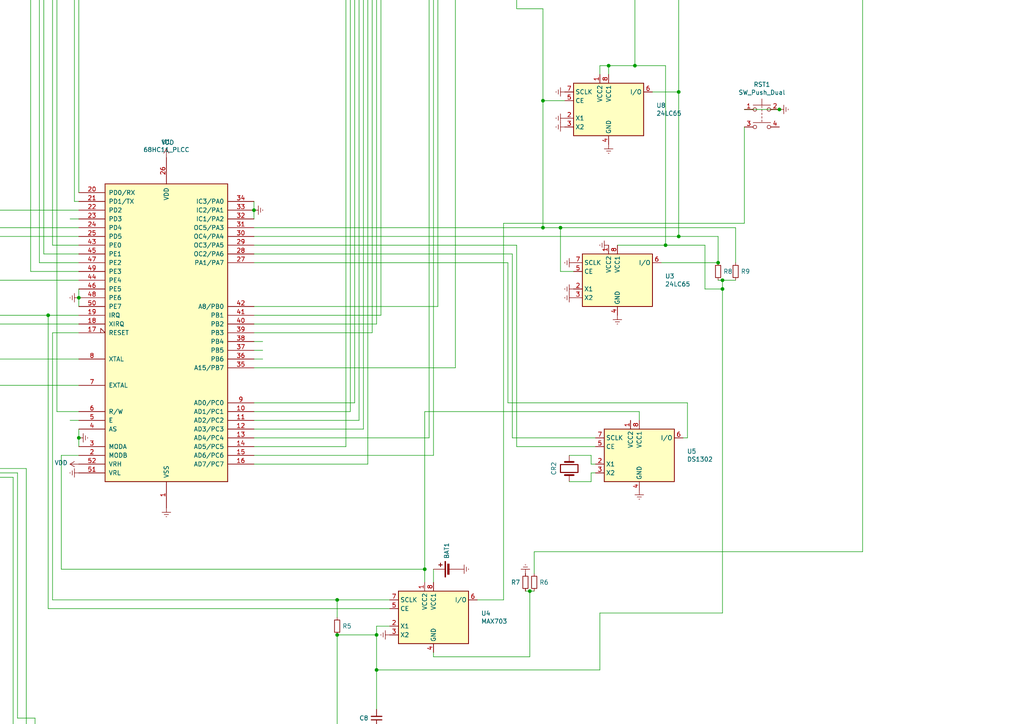
<source format=kicad_sch>
(kicad_sch (version 20230121) (generator eeschema)
  (paper "A4")
  (lib_symbols
    (symbol "Connector_Generic:Conn_01x02" (pin_names (offset 1.016) hide)
      (property "Reference" "J" (at 0 2.54 0))
      (property "Value" "Conn_01x02" (at 0 -5.08 0))
      (symbol "Conn_01x02_1_1"
        (pin passive line (at -5.08 0 0) (length 3.81) (name "Pin_1") (number "1"))
        (pin passive line (at -5.08 -2.54 0) (length 3.81) (name "Pin_2") (number "2"))
      )
    )
    (symbol "Connector_Generic:Conn_01x06" (pin_names (offset 1.016) hide)
      (property "Reference" "J" (at 0 7.62 0))
      (property "Value" "Conn_01x06" (at 0 -10.16 0))
      (symbol "Conn_01x06_1_1"
        (pin passive line (at -5.08 5.08 0) (length 3.81) (name "Pin_1") (number "1"))
        (pin passive line (at -5.08 2.54 0) (length 3.81) (name "Pin_2") (number "2"))
        (pin passive line (at -5.08 0 0) (length 3.81) (name "Pin_3") (number "3"))
        (pin passive line (at -5.08 -2.54 0) (length 3.81) (name "Pin_4") (number "4"))
        (pin passive line (at -5.08 -5.08 0) (length 3.81) (name "Pin_5") (number "5"))
        (pin passive line (at -5.08 -7.62 0) (length 3.81) (name "Pin_6") (number "6"))
      )
    )
    (symbol "Connector_Generic:Conn_01x08" (pin_names (offset 1.016) hide)
      (property "Reference" "J" (at 0 10.16 0))
      (property "Value" "Conn_01x08" (at 0 -12.7 0))
      (symbol "Conn_01x08_1_1"
        (pin passive line (at -5.08 7.62 0) (length 3.81) (name "Pin_1") (number "1"))
        (pin passive line (at -5.08 5.08 0) (length 3.81) (name "Pin_2") (number "2"))
        (pin passive line (at -5.08 2.54 0) (length 3.81) (name "Pin_3") (number "3"))
        (pin passive line (at -5.08 0 0) (length 3.81) (name "Pin_4") (number "4"))
        (pin passive line (at -5.08 -2.54 0) (length 3.81) (name "Pin_5") (number "5"))
        (pin passive line (at -5.08 -5.08 0) (length 3.81) (name "Pin_6") (number "6"))
        (pin passive line (at -5.08 -7.62 0) (length 3.81) (name "Pin_7") (number "7"))
        (pin passive line (at -5.08 -10.16 0) (length 3.81) (name "Pin_8") (number "8"))
      )
    )
    (symbol "Connector_Generic:Conn_02x05_Top_Bottom" (pin_names (offset 1.016) hide)
      (property "Reference" "J" (at 1.27 7.62 0))
      (property "Value" "Conn_02x05_Top_Bottom" (at 1.27 -7.62 0))
      (symbol "Conn_02x05_Top_Bottom_1_1"
        (pin passive line (at -5.08 5.08 0) (length 3.81) (name "Pin_1") (number "1"))
        (pin passive line (at 7.62 -5.08 180) (length 3.81) (name "Pin_10") (number "10"))
        (pin passive line (at -5.08 2.54 0) (length 3.81) (name "Pin_2") (number "2"))
        (pin passive line (at -5.08 0 0) (length 3.81) (name "Pin_3") (number "3"))
        (pin passive line (at -5.08 -2.54 0) (length 3.81) (name "Pin_4") (number "4"))
        (pin passive line (at -5.08 -5.08 0) (length 3.81) (name "Pin_5") (number "5"))
        (pin passive line (at 7.62 5.08 180) (length 3.81) (name "Pin_6") (number "6"))
        (pin passive line (at 7.62 2.54 180) (length 3.81) (name "Pin_7") (number "7"))
        (pin passive line (at 7.62 0 180) (length 3.81) (name "Pin_8") (number "8"))
        (pin passive line (at 7.62 -2.54 180) (length 3.81) (name "Pin_9") (number "9"))
      )
    )
    (symbol "Device:Battery_Cell" (pin_numbers hide) (pin_names (offset 0) hide)
      (property "Reference" "BT" (at 2.54 2.54 0))
      (property "Value" "Battery_Cell" (at 2.54 0 0))
      (symbol "Battery_Cell_1_1"
        (pin passive line (at 0 5.08 270) (length 2.54) (name "+") (number "1"))
        (pin passive line (at 0 -2.54 90) (length 2.54) (name "-") (number "2"))
      )
    )
    (symbol "Device:C_Small" (pin_numbers hide) (pin_names (offset 0.254) hide)
      (property "Reference" "C" (at 0.254 1.778 0))
      (property "Value" "C_Small" (at 0.254 -2.032 0))
      (symbol "C_Small_1_1"
        (pin passive line (at 0 2.54 270) (length 2.032) (name "~") (number "1"))
        (pin passive line (at 0 -2.54 90) (length 2.032) (name "~") (number "2"))
      )
    )
    (symbol "Device:Crystal" (pin_numbers hide) (pin_names (offset 1.016) hide)
      (property "Reference" "Y" (at 0 3.81 0))
      (property "Value" "Crystal" (at 0 -3.81 0))
      (symbol "Crystal_1_1"
        (pin passive line (at -3.81 0 0) (length 1.27) (name "1") (number "1"))
        (pin passive line (at 3.81 0 180) (length 1.27) (name "2") (number "2"))
      )
    )
    (symbol "Device:Crystal_GND2" (pin_names (offset 1.016) hide)
      (property "Reference" "Y" (at 0 5.715 0))
      (property "Value" "Crystal_GND2" (at 0 3.81 0))
      (symbol "Crystal_GND2_1_1"
        (pin passive line (at -3.81 0 0) (length 1.27) (name "1") (number "1"))
        (pin passive line (at 0 -5.08 90) (length 1.27) (name "2") (number "2"))
        (pin passive line (at 3.81 0 180) (length 1.27) (name "3") (number "3"))
      )
    )
    (symbol "Device:Fuse" (pin_numbers hide) (pin_names (offset 0))
      (property "Reference" "F" (at 2.032 0 90))
      (property "Value" "Fuse" (at -1.905 0 90))
      (symbol "Fuse_1_1"
        (pin passive line (at 0 3.81 270) (length 1.27) (name "~") (number "1"))
        (pin passive line (at 0 -3.81 90) (length 1.27) (name "~") (number "2"))
      )
    )
    (symbol "Device:LED" (pin_numbers hide) (pin_names (offset 1.016) hide)
      (property "Reference" "D" (at 0 2.54 0))
      (property "Value" "LED" (at 0 -2.54 0))
      (symbol "LED_1_1"
        (pin passive line (at -3.81 0 0) (length 2.54) (name "K") (number "1"))
        (pin passive line (at 3.81 0 180) (length 2.54) (name "A") (number "2"))
      )
    )
    (symbol "Device:R_Small" (pin_numbers hide) (pin_names (offset 0.254) hide)
      (property "Reference" "R" (at 0.762 0.508 0))
      (property "Value" "R_Small" (at 0.762 -1.016 0))
      (symbol "R_Small_1_1"
        (pin passive line (at 0 2.54 270) (length 0.762) (name "~") (number "1"))
        (pin passive line (at 0 -2.54 90) (length 0.762) (name "~") (number "2"))
      )
    )
    (symbol "Interface_UART:MAX232I" (pin_names (offset 1.016))
      (property "Reference" "U" (at -2.54 28.575 0))
      (property "Value" "MAX232I" (at -2.54 26.67 0))
      (symbol "MAX232I_0_0"
        (text "LOGIC" (at -11.43 -22.86 0) (effects (font (size 1.27 1.27))))
        (text "RS232" (at 11.43 -22.86 0) (effects (font (size 1.27 1.27))))
      )
      (symbol "MAX232I_1_1"
        (pin passive line (at -20.32 22.86 0) (length 5.08) (name "C1+") (number "1"))
        (pin input line (at -20.32 -7.62 0) (length 5.08) (name "T2IN") (number "10"))
        (pin input line (at -20.32 -2.54 0) (length 5.08) (name "T1IN") (number "11"))
        (pin output line (at -20.32 -12.7 0) (length 5.08) (name "R1OUT") (number "12"))
        (pin input line (at 20.32 -12.7 180) (length 5.08) (name "R1IN") (number "13"))
        (pin output line (at 20.32 -2.54 180) (length 5.08) (name "T1OUT") (number "14"))
        (pin power_in line (at 0 -30.48 90) (length 5.08) (name "GND") (number "15"))
        (pin power_in line (at 0 30.48 270) (length 5.08) (name "VCC") (number "16"))
        (pin power_out line (at 20.32 10.16 180) (length 5.08) (name "VS+") (number "2"))
        (pin passive line (at -20.32 15.24 0) (length 5.08) (name "C1-") (number "3"))
        (pin passive line (at 20.32 22.86 180) (length 5.08) (name "C2+") (number "4"))
        (pin passive line (at 20.32 15.24 180) (length 5.08) (name "C2-") (number "5"))
        (pin power_out line (at 20.32 2.54 180) (length 5.08) (name "VS-") (number "6"))
        (pin output line (at 20.32 -7.62 180) (length 5.08) (name "T2OUT") (number "7"))
        (pin input line (at 20.32 -17.78 180) (length 5.08) (name "R2IN") (number "8"))
        (pin output line (at -20.32 -17.78 0) (length 5.08) (name "R2OUT") (number "9"))
      )
    )
    (symbol "MCU_NXP_HC11:68HC11_PLCC" (pin_names (offset 1.016))
      (property "Reference" "U" (at 7.62 45.72 0))
      (property "Value" "68HC11_PLCC" (at 12.7 -46.99 0))
      (symbol "68HC11_PLCC_1_1"
        (pin power_in line (at 0 -50.8 90) (length 7.62) (name "VSS") (number "1"))
        (pin tri_state line (at 25.4 -22.86 180) (length 7.62) (name "AD1/PC1") (number "10"))
        (pin tri_state line (at 25.4 -25.4 180) (length 7.62) (name "AD2/PC2") (number "11"))
        (pin tri_state line (at 25.4 -27.94 180) (length 7.62) (name "AD3/PC3") (number "12"))
        (pin tri_state line (at 25.4 -30.48 180) (length 7.62) (name "AD4/PC4") (number "13"))
        (pin tri_state line (at 25.4 -33.02 180) (length 7.62) (name "AD5/PC5") (number "14"))
        (pin tri_state line (at 25.4 -35.56 180) (length 7.62) (name "AD6/PC6") (number "15"))
        (pin tri_state line (at 25.4 -38.1 180) (length 7.62) (name "AD7/PC7") (number "16"))
        (pin input input_low (at -25.4 0 0) (length 7.62) (name "RESET") (number "17"))
        (pin input line (at -25.4 2.54 0) (length 7.62) (name "XIRQ") (number "18"))
        (pin input line (at -25.4 5.08 0) (length 7.62) (name "IRQ") (number "19"))
        (pin input line (at -25.4 -35.56 0) (length 7.62) (name "MODB") (number "2"))
        (pin bidirectional line (at -25.4 40.64 0) (length 7.62) (name "PD0/RX") (number "20"))
        (pin bidirectional line (at -25.4 38.1 0) (length 7.62) (name "PD1/TX") (number "21"))
        (pin bidirectional line (at -25.4 35.56 0) (length 7.62) (name "PD2") (number "22"))
        (pin input line (at -25.4 33.02 0) (length 7.62) (name "PD3") (number "23"))
        (pin bidirectional line (at -25.4 30.48 0) (length 7.62) (name "PD4") (number "24"))
        (pin bidirectional line (at -25.4 27.94 0) (length 7.62) (name "PD5") (number "25"))
        (pin power_in line (at 0 50.8 270) (length 7.62) (name "VDD") (number "26"))
        (pin input line (at 25.4 20.32 180) (length 7.62) (name "PA1/PA7") (number "27"))
        (pin output line (at 25.4 22.86 180) (length 7.62) (name "OC2/PA6") (number "28"))
        (pin output line (at 25.4 25.4 180) (length 7.62) (name "OC3/PA5") (number "29"))
        (pin input line (at -25.4 -33.02 0) (length 7.62) (name "MODA") (number "3"))
        (pin output line (at 25.4 27.94 180) (length 7.62) (name "OC4/PA4") (number "30"))
        (pin output line (at 25.4 30.48 180) (length 7.62) (name "OC5/PA3") (number "31"))
        (pin input line (at 25.4 33.02 180) (length 7.62) (name "IC1/PA2") (number "32"))
        (pin input line (at 25.4 35.56 180) (length 7.62) (name "IC2/PA1") (number "33"))
        (pin input line (at 25.4 38.1 180) (length 7.62) (name "IC3/PA0") (number "34"))
        (pin output line (at 25.4 -10.16 180) (length 7.62) (name "A15/PB7") (number "35"))
        (pin output line (at 25.4 -7.62 180) (length 7.62) (name "PB6") (number "36"))
        (pin output line (at 25.4 -5.08 180) (length 7.62) (name "PB5") (number "37"))
        (pin output line (at 25.4 -2.54 180) (length 7.62) (name "PB4") (number "38"))
        (pin output line (at 25.4 0 180) (length 7.62) (name "PB3") (number "39"))
        (pin output line (at -25.4 -27.94 0) (length 7.62) (name "AS") (number "4"))
        (pin output line (at 25.4 2.54 180) (length 7.62) (name "PB2") (number "40"))
        (pin output line (at 25.4 5.08 180) (length 7.62) (name "PB1") (number "41"))
        (pin output line (at 25.4 7.62 180) (length 7.62) (name "A8/PB0") (number "42"))
        (pin input line (at -25.4 25.4 0) (length 7.62) (name "PE0") (number "43"))
        (pin input line (at -25.4 15.24 0) (length 7.62) (name "PE4") (number "44"))
        (pin input line (at -25.4 22.86 0) (length 7.62) (name "PE1") (number "45"))
        (pin input line (at -25.4 12.7 0) (length 7.62) (name "PE5") (number "46"))
        (pin input line (at -25.4 20.32 0) (length 7.62) (name "PE2") (number "47"))
        (pin input line (at -25.4 10.16 0) (length 7.62) (name "PE6") (number "48"))
        (pin input line (at -25.4 17.78 0) (length 7.62) (name "PE3") (number "49"))
        (pin output line (at -25.4 -25.4 0) (length 7.62) (name "E") (number "5"))
        (pin input line (at -25.4 7.62 0) (length 7.62) (name "PE7") (number "50"))
        (pin passive line (at -25.4 -40.64 0) (length 7.62) (name "VRL") (number "51"))
        (pin passive line (at -25.4 -38.1 0) (length 7.62) (name "VRH") (number "52"))
        (pin output line (at -25.4 -22.86 0) (length 7.62) (name "R/W") (number "6"))
        (pin input line (at -25.4 -15.24 0) (length 7.62) (name "EXTAL") (number "7"))
        (pin output line (at -25.4 -7.62 0) (length 7.62) (name "XTAL") (number "8"))
        (pin tri_state line (at 25.4 -20.32 180) (length 7.62) (name "AD0/PC0") (number "9"))
      )
    )
    (symbol "PCB_N2A-rescue:CP_Small-Device" (pin_numbers hide) (pin_names (offset 0.254) hide)
      (property "Reference" "C" (at 0.254 1.778 0))
      (property "Value" "Device_CP_Small" (at 0.254 -2.032 0))
      (symbol "CP_Small-Device_1_1"
        (pin passive line (at 0 2.54 270) (length 1.8542) (name "~") (number "1"))
        (pin passive line (at 0 -2.54 90) (length 1.8542) (name "~") (number "2"))
      )
    )
    (symbol "PCB_N2A-rescue:DIODE-pspice" (pin_names (offset 1.016) hide)
      (property "Reference" "D" (at 0 3.81 0))
      (property "Value" "pspice_DIODE" (at 0 -4.445 0))
      (symbol "DIODE-pspice_1_1"
        (pin input line (at -5.08 0 0) (length 3.81) (name "K") (number "1"))
        (pin input line (at 5.08 0 180) (length 3.81) (name "A") (number "2"))
      )
    )
    (symbol "PCB_N2A-rescue:MAX491E-Interface_UART" (pin_names (offset 1.016))
      (property "Reference" "U" (at -6.096 11.43 0))
      (property "Value" "Interface_UART_MAX491E" (at 0.762 11.43 0))
      (symbol "MAX491E-Interface_UART_1_1"
        (pin no_connect line (at -7.62 7.62 0) (length 2.54) hide (name "NC") (number "1"))
        (pin output line (at 10.16 -2.54 180) (length 2.54) (name "Z") (number "10"))
        (pin input line (at 10.16 0 180) (length 2.54) (name "B") (number "11"))
        (pin input line (at 10.16 2.54 180) (length 2.54) (name "A") (number "12"))
        (pin no_connect line (at 7.62 7.62 180) (length 2.54) hide (name "NC") (number "13"))
        (pin power_in line (at 0 12.7 270) (length 2.54) (name "VCC") (number "14"))
        (pin output line (at -10.16 2.54 0) (length 2.54) (name "RO") (number "2"))
        (pin input line (at -10.16 0 0) (length 2.54) (name "~{RE}") (number "3"))
        (pin input line (at -10.16 -2.54 0) (length 2.54) (name "DE") (number "4"))
        (pin input line (at -10.16 -5.08 0) (length 2.54) (name "DI") (number "5"))
        (pin power_in line (at 0 -15.24 90) (length 2.54) (name "GND") (number "6"))
        (pin power_in line (at 2.54 -15.24 90) (length 2.54) (name "GND") (number "7"))
        (pin no_connect line (at 7.62 -10.16 180) (length 2.54) hide (name "NC") (number "8"))
        (pin output line (at 10.16 -5.08 180) (length 2.54) (name "Y") (number "9"))
      )
    )
    (symbol "Switch:SW_Push_Dual" (pin_names (offset 1.016) hide)
      (property "Reference" "SW" (at 1.27 2.54 0))
      (property "Value" "SW_Push_Dual" (at 0 -6.858 0))
      (symbol "SW_Push_Dual_0_1"
        (pin passive line (at -5.08 0 0) (length 2.54) (name "1") (number "1"))
        (pin passive line (at 5.08 0 180) (length 2.54) (name "2") (number "2"))
        (pin passive line (at -5.08 -5.08 0) (length 2.54) (name "3") (number "3"))
        (pin passive line (at 5.08 -5.08 180) (length 2.54) (name "4") (number "4"))
      )
    )
    (symbol "Timer_RTC:DS1302+"
      (property "Reference" "U" (at -8.89 8.89 0))
      (property "Value" "DS1302+" (at 6.35 8.89 0))
      (symbol "DS1302+_1_1"
        (pin power_in line (at -2.54 10.16 270) (length 2.54) (name "VCC2") (number "1"))
        (pin input line (at -12.7 -2.54 0) (length 2.54) (name "X1") (number "2"))
        (pin input line (at -12.7 -5.08 0) (length 2.54) (name "X2") (number "3"))
        (pin power_in line (at 0 -10.16 90) (length 2.54) (name "GND") (number "4"))
        (pin input line (at -12.7 2.54 0) (length 2.54) (name "CE") (number "5"))
        (pin bidirectional line (at 12.7 5.08 180) (length 2.54) (name "I/O") (number "6"))
        (pin input line (at -12.7 5.08 0) (length 2.54) (name "SCLK") (number "7"))
        (pin power_in line (at 0 10.16 270) (length 2.54) (name "VCC1") (number "8"))
      )
    )
    (symbol "Transistor_BJT:BC547" (pin_names (offset 0) hide)
      (property "Reference" "Q" (at 5.08 1.905 0))
      (property "Value" "BC547" (at 5.08 0 0))
      (symbol "BC547_1_1"
        (pin passive line (at 2.54 5.08 270) (length 2.54) (name "C") (number "1"))
        (pin input line (at -5.08 0 0) (length 5.08) (name "B") (number "2"))
        (pin passive line (at 2.54 -5.08 90) (length 2.54) (name "E") (number "3"))
      )
    )
    (symbol "power:Earth" (power) (pin_names (offset 0))
      (symbol "Earth_1_1"
        (pin power_in line (at 0 0 270) (length 0) hide (name "Earth") (number "1"))
      )
    )
    (symbol "power:VDD" (power) (pin_names (offset 0))
      (property "Value" "VDD" (at 0 3.81 0))
      (symbol "VDD_1_1"
        (pin power_in line (at 0 0 90) (length 0) hide (name "VDD") (number "1"))
      )
    )
  )
  (junction (at 22.86 127))
  (junction (at 193.04 71.12))
  (junction (at 176.53 19.05))
  (junction (at 57.15 -25.4))
  (junction (at 73.66 60.96))
  (junction (at 109.22 194.31))
  (junction (at -74.93 166.37))
  (junction (at 196.85 68.58))
  (junction (at 208.28 76.2))
  (junction (at 184.15 -22.86))
  (junction (at 184.15 19.05))
  (junction (at -22.86 21.59))
  (junction (at 82.55 -55.88))
  (junction (at 209.55 83.82))
  (junction (at 97.79 184.15))
  (junction (at 209.55 81.28))
  (junction (at 97.79 173.99))
  (junction (at 123.19 165.1))
  (junction (at -30.48 -55.88))
  (junction (at 226.06 31.75))
  (junction (at 153.67 171.45))
  (junction (at -54.61 -35.56))
  (junction (at -38.1 -43.18))
  (junction (at 196.85 26.67))
  (junction (at 109.22 184.15))
  (junction (at 154.94 -21.59))
  (junction (at 162.56 66.04))
  (junction (at -30.48 -43.18))
  (junction (at -35.56 -55.88))
  (junction (at -38.1 106.68))
  (junction (at 157.48 29.21))
  (junction (at 22.86 86.36))
  (junction (at 157.48 66.04))
  (junction (at 184.15 -29.21))
  (junction (at -69.85 162.56))
  (junction (at 17.78 217.17))
  (junction (at -17.78 40.64))
  (junction (at 13.97 91.44))
  (wire (pts (xy 154.94 160.02) (xy 154.94 166.37)))
  (wire (pts (xy -135.89 71.12) (xy -137.16 71.12)))
  (wire (pts (xy 22.86 86.36) (xy 22.86 83.82)))
  (wire (pts (xy 5.08 -96.52) (xy 25.4 -96.52)))
  (wire (pts (xy 109.22 181.61) (xy 109.22 184.15)))
  (wire (pts (xy 101.6 119.38) (xy 101.6 -62.23)))
  (wire (pts (xy -63.5 81.28) (xy 22.86 81.28)))
  (wire (pts (xy 74.93 -16.51) (xy 74.93 -8.89)))
  (wire (pts (xy 17.78 217.17) (xy 17.78 220.98)))
  (wire (pts (xy 162.56 78.74) (xy 166.37 78.74)))
  (wire (pts (xy -35.56 -63.5) (xy -35.56 -92.71)))
  (wire (pts (xy 7.62 220.98) (xy 7.62 135.89)))
  (wire (pts (xy 7.62 -62.23) (xy 7.62 -78.74)))
  (wire (pts (xy 180.34 -22.86) (xy 184.15 -22.86)))
  (wire (pts (xy -74.93 166.37) (xy -74.93 168.91)))
  (wire (pts (xy 153.67 171.45) (xy 152.4 171.45)))
  (wire (pts (xy 25.4 -96.52) (xy 25.4 -63.5)))
  (wire (pts (xy -69.85 119.38) (xy -63.5 119.38)))
  (wire (pts (xy 167.64 -29.21) (xy 184.15 -29.21)))
  (wire (pts (xy 124.46 -92.71) (xy 124.46 -91.44)))
  (wire (pts (xy 151.13 -15.24) (xy 154.94 -15.24)))
  (wire (pts (xy -69.85 168.91) (xy -55.88 168.91)))
  (wire (pts (xy 22.86 -93.98) (xy 22.86 -48.26)))
  (wire (pts (xy -54.61 -43.18) (xy -54.61 -35.56)))
  (wire (pts (xy 73.66 106.68) (xy 132.08 106.68)))
  (wire (pts (xy 123.19 165.1) (xy 17.78 165.1)))
  (wire (pts (xy 7.62 135.89) (xy -68.58 135.89)))
  (wire (pts (xy 15.24 96.52) (xy 15.24 173.99)))
  (wire (pts (xy -13.97 40.64) (xy -17.78 40.64)))
  (wire (pts (xy 184.15 19.05) (xy 176.53 19.05)))
  (wire (pts (xy 73.66 134.62) (xy 106.68 134.62)))
  (wire (pts (xy 184.15 -29.21) (xy 184.15 -22.86)))
  (wire (pts (xy 96.52 -10.16) (xy 69.85 -10.16)))
  (wire (pts (xy -38.1 40.64) (xy -38.1 26.67)))
  (wire (pts (xy -35.56 -92.71) (xy 1.27 -92.71)))
  (wire (pts (xy 22.86 111.76) (xy -17.78 111.76)))
  (wire (pts (xy 132.08 106.68) (xy 132.08 -78.74)))
  (wire (pts (xy 102.87 116.84) (xy 102.87 -60.96)))
  (wire (pts (xy -38.1 -43.18) (xy -35.56 -43.18)))
  (wire (pts (xy 76.2 104.14) (xy 73.66 104.14)))
  (wire (pts (xy -72.39 138.43) (xy 3.81 138.43)))
  (wire (pts (xy 74.93 -99.06) (xy 74.93 -54.61)))
  (wire (pts (xy -41.91 93.98) (xy -41.91 101.6)))
  (wire (pts (xy 105.41 124.46) (xy 105.41 -58.42)))
  (wire (pts (xy -64.77 68.58) (xy -64.77 118.11)))
  (wire (pts (xy 82.55 -55.88) (xy 250.19 -55.88)))
  (wire (pts (xy 125.73 190.5) (xy 153.67 190.5)))
  (wire (pts (xy 73.66 124.46) (xy 105.41 124.46)))
  (wire (pts (xy 148.59 73.66) (xy 148.59 127)))
  (wire (pts (xy 102.87 -60.96) (xy 24.13 -60.96)))
  (wire (pts (xy 110.49 -95.25) (xy 127 -95.25)))
  (wire (pts (xy 162.56 66.04) (xy 162.56 78.74)))
  (wire (pts (xy 157.48 66.04) (xy 162.56 66.04)))
  (wire (pts (xy 74.93 -45.72) (xy 74.93 -36.83)))
  (wire (pts (xy 123.19 119.38) (xy 123.19 165.1)))
  (wire (pts (xy 22.86 66.04) (xy -67.31 66.04)))
  (wire (pts (xy -35.56 -43.18) (xy -35.56 -55.88)))
  (wire (pts (xy -67.31 116.84) (xy -111.76 116.84)))
  (wire (pts (xy 109.22 184.15) (xy 109.22 194.31)))
  (wire (pts (xy 125.73 168.91) (xy 125.73 165.1)))
  (wire (pts (xy 173.99 194.31) (xy 109.22 194.31)))
  (wire (pts (xy 157.48 66.04) (xy 157.48 29.21)))
  (wire (pts (xy 205.74 -38.1) (xy 205.74 -71.12)))
  (wire (pts (xy 191.77 76.2) (xy 208.28 76.2)))
  (wire (pts (xy -137.16 114.3) (xy -137.16 113.03)))
  (wire (pts (xy 147.32 76.2) (xy 147.32 116.84)))
  (wire (pts (xy 22.86 -45.72) (xy 74.93 -45.72)))
  (wire (pts (xy 148.59 127) (xy 172.72 127)))
  (wire (pts (xy 152.4 -12.7) (xy 154.94 -12.7)))
  (wire (pts (xy 209.55 81.28) (xy 208.28 81.28)))
  (wire (pts (xy 13.97 176.53) (xy 113.03 176.53)))
  (wire (pts (xy 26.67 -92.71) (xy 64.77 -92.71)))
  (wire (pts (xy -111.76 66.04) (xy -72.39 66.04)))
  (wire (pts (xy 215.9 64.77) (xy 215.9 36.83)))
  (wire (pts (xy 179.07 71.12) (xy 193.04 71.12)))
  (wire (pts (xy 26.67 -99.06) (xy 1.27 -99.06)))
  (wire (pts (xy 72.39 -66.04) (xy 72.39 -99.06)))
  (wire (pts (xy 109.22 -69.85) (xy 129.54 -69.85)))
  (wire (pts (xy -124.46 72.39) (xy -124.46 69.85)))
  (wire (pts (xy 2.54 -97.79) (xy 10.16 -97.79)))
  (wire (pts (xy -74.93 163.83) (xy -74.93 166.37)))
  (wire (pts (xy 146.05 64.77) (xy 215.9 64.77)))
  (wire (pts (xy 74.93 -8.89) (xy 97.79 -8.89)))
  (wire (pts (xy 209.55 81.28) (xy 209.55 83.82)))
  (wire (pts (xy 26.67 -92.71) (xy 26.67 -99.06)))
  (wire (pts (xy -66.04 115.57) (xy -96.52 115.57)))
  (wire (pts (xy -71.12 67.31) (xy -71.12 137.16)))
  (wire (pts (xy -111.76 72.39) (xy -111.76 66.04)))
  (wire (pts (xy -111.76 116.84) (xy -111.76 113.03)))
  (wire (pts (xy 7.62 -95.25) (xy 7.62 -91.44)))
  (wire (pts (xy 138.43 173.99) (xy 146.05 173.99)))
  (wire (pts (xy 100.33 -46.99) (xy 100.33 129.54)))
  (wire (pts (xy 209.55 177.8) (xy 173.99 177.8)))
  (wire (pts (xy 73.66 63.5) (xy 73.66 60.96)))
  (wire (pts (xy 124.46 127) (xy 73.66 127)))
  (wire (pts (xy 127 -95.25) (xy 127 -91.44)))
  (wire (pts (xy -30.48 -40.64) (xy -30.48 -43.18)))
  (wire (pts (xy 22.86 -48.26) (xy 15.24 -48.26)))
  (wire (pts (xy 22.86 76.2) (xy 11.43 76.2)))
  (wire (pts (xy 95.25 -67.31) (xy 77.47 -67.31)))
  (wire (pts (xy 16.51 119.38) (xy 22.86 119.38)))
  (wire (pts (xy -63.5 119.38) (xy -63.5 81.28)))
  (wire (pts (xy 193.04 71.12) (xy 204.47 71.12)))
  (wire (pts (xy 153.67 190.5) (xy 153.67 171.45)))
  (wire (pts (xy -17.78 111.76) (xy -17.78 40.64)))
  (wire (pts (xy 73.66 73.66) (xy 148.59 73.66)))
  (wire (pts (xy 22.86 73.66) (xy 12.7 73.66)))
  (wire (pts (xy 57.15 -25.4) (xy 57.15 -24.13)))
  (wire (pts (xy 125.73 132.08) (xy 125.73 -38.1)))
  (wire (pts (xy 13.97 176.53) (xy 13.97 91.44)))
  (wire (pts (xy -106.68 64.77) (xy -106.68 72.39)))
  (wire (pts (xy -34.29 101.6) (xy -34.29 91.44)))
  (wire (pts (xy 67.31 -16.51) (xy 67.31 -11.43)))
  (wire (pts (xy 173.99 21.59) (xy 173.99 19.05)))
  (wire (pts (xy -38.1 -43.18) (xy -38.1 -30.48)))
  (wire (pts (xy 176.53 19.05) (xy 176.53 21.59)))
  (wire (pts (xy -30.48 -55.88) (xy 82.55 -55.88)))
  (wire (pts (xy 82.55 -99.06) (xy 82.55 -55.88)))
  (wire (pts (xy 109.22 194.31) (xy 109.22 205.74)))
  (wire (pts (xy 3.81 215.9) (xy 5.08 215.9)))
  (wire (pts (xy 11.43 76.2) (xy 11.43 -57.15)))
  (wire (pts (xy -69.85 163.83) (xy -69.85 162.56)))
  (wire (pts (xy 105.41 -59.69) (xy 16.51 -59.69)))
  (wire (pts (xy 22.86 88.9) (xy 22.86 86.36)))
  (wire (pts (xy 250.19 160.02) (xy 154.94 160.02)))
  (wire (pts (xy -49.53 -43.18) (xy -38.1 -43.18)))
  (wire (pts (xy 8.89 78.74) (xy 8.89 -63.5)))
  (wire (pts (xy 25.4 -63.5) (xy 104.14 -63.5)))
  (wire (pts (xy 149.86 129.54) (xy 172.72 129.54)))
  (wire (pts (xy 64.77 -99.06) (xy 64.77 -92.71)))
  (wire (pts (xy 204.47 83.82) (xy 209.55 83.82)))
  (wire (pts (xy 95.25 -11.43) (xy 95.25 -67.31)))
  (wire (pts (xy 151.13 -1.27) (xy 151.13 -15.24)))
  (wire (pts (xy 154.94 -20.32) (xy 154.94 -21.59)))
  (wire (pts (xy -129.54 71.12) (xy -130.81 71.12)))
  (wire (pts (xy -68.58 64.77) (xy -106.68 64.77)))
  (wire (pts (xy -106.68 118.11) (xy -106.68 113.03)))
  (wire (pts (xy -71.12 137.16) (xy 5.08 137.16)))
  (wire (pts (xy 73.66 71.12) (xy 149.86 71.12)))
  (wire (pts (xy 107.95 96.52) (xy 107.95 -93.98)))
  (wire (pts (xy 22.86 127) (xy 22.86 124.46)))
  (wire (pts (xy 106.68 134.62) (xy 106.68 -92.71)))
  (wire (pts (xy 73.66 132.08) (xy 125.73 132.08)))
  (wire (pts (xy -41.91 106.68) (xy -38.1 106.68)))
  (wire (pts (xy -21.59 21.59) (xy -22.86 21.59)))
  (wire (pts (xy 5.08 -58.42) (xy 5.08 -78.74)))
  (wire (pts (xy 199.39 127) (xy 198.12 127)))
  (wire (pts (xy 12.7 218.44) (xy 12.7 220.98)))
  (wire (pts (xy -96.52 72.39) (xy -96.52 67.31)))
  (wire (pts (xy 146.05 173.99) (xy 146.05 64.77)))
  (wire (pts (xy 67.31 -46.99) (xy 67.31 -36.83)))
  (wire (pts (xy 12.7 -93.98) (xy 22.86 -93.98)))
  (wire (pts (xy -22.86 21.59) (xy -22.86 104.14)))
  (wire (pts (xy 22.86 -45.72) (xy 22.86 55.88)))
  (wire (pts (xy 171.45 139.7) (xy 165.1 139.7)))
  (wire (pts (xy -129.54 72.39) (xy -129.54 71.12)))
  (wire (pts (xy 69.85 -36.83) (xy 69.85 -46.99)))
  (wire (pts (xy 154.94 171.45) (xy 153.67 171.45)))
  (wire (pts (xy -35.56 -55.88) (xy -30.48 -55.88)))
  (wire (pts (xy 162.56 66.04) (xy 213.36 66.04)))
  (wire (pts (xy 113.03 173.99) (xy 97.79 173.99)))
  (wire (pts (xy 154.94 -21.59) (xy 154.94 -22.86)))
  (wire (pts (xy 213.36 66.04) (xy 213.36 76.2)))
  (wire (pts (xy 21.59 58.42) (xy 21.59 -46.99)))
  (wire (pts (xy 5.08 -91.44) (xy 5.08 -96.52)))
  (wire (pts (xy 73.66 76.2) (xy 147.32 76.2)))
  (wire (pts (xy -34.29 91.44) (xy 13.97 91.44)))
  (wire (pts (xy -101.6 69.85) (xy -101.6 72.39)))
  (wire (pts (xy 106.68 -92.71) (xy 124.46 -92.71)))
  (wire (pts (xy 196.85 68.58) (xy 208.28 68.58)))
  (wire (pts (xy 15.24 -76.2) (xy 15.24 -78.74)))
  (wire (pts (xy -53.34 162.56) (xy -69.85 162.56)))
  (wire (pts (xy 24.13 -95.25) (xy 7.62 -95.25)))
  (wire (pts (xy 20.32 63.5) (xy 22.86 63.5)))
  (wire (pts (xy 123.19 168.91) (xy 123.19 165.1)))
  (wire (pts (xy -69.85 162.56) (xy -69.85 119.38)))
  (wire (pts (xy 113.03 181.61) (xy 109.22 181.61)))
  (wire (pts (xy 73.66 116.84) (xy 102.87 116.84)))
  (wire (pts (xy 1.27 -99.06) (xy 1.27 -92.71)))
  (wire (pts (xy 157.48 29.21) (xy 163.83 29.21)))
  (wire (pts (xy 67.31 -11.43) (xy 95.25 -11.43)))
  (wire (pts (xy 97.79 -8.89) (xy 97.79 -66.04)))
  (wire (pts (xy 196.85 26.67) (xy 196.85 -1.27)))
  (wire (pts (xy -135.89 114.3) (xy -137.16 114.3)))
  (wire (pts (xy 57.15 -26.67) (xy 57.15 -25.4)))
  (wire (pts (xy -54.61 -35.56) (xy -54.61 -24.13)))
  (wire (pts (xy 124.46 -78.74) (xy 124.46 127)))
  (wire (pts (xy 11.43 -57.15) (xy 2.54 -57.15)))
  (wire (pts (xy 184.15 -22.86) (xy 184.15 19.05)))
  (wire (pts (xy 147.32 116.84) (xy 199.39 116.84)))
  (wire (pts (xy 129.54 -69.85) (xy 129.54 -78.74)))
  (wire (pts (xy 127 88.9) (xy 127 -78.74)))
  (wire (pts (xy -101.6 115.57) (xy -101.6 113.03)))
  (wire (pts (xy 73.66 119.38) (xy 101.6 119.38)))
  (wire (pts (xy -22.86 21.59) (xy -38.1 21.59)))
  (wire (pts (xy 165.1 -30.48) (xy 165.1 -27.94)))
  (wire (pts (xy 13.97 91.44) (xy 22.86 91.44)))
  (wire (pts (xy 17.78 132.08) (xy 22.86 132.08)))
  (wire (pts (xy 204.47 71.12) (xy 204.47 83.82)))
  (wire (pts (xy 104.14 -63.5) (xy 104.14 121.92)))
  (wire (pts (xy 15.24 -48.26) (xy 15.24 71.12)))
  (wire (pts (xy 80.01 -71.12) (xy 80.01 -99.06)))
  (wire (pts (xy 185.42 121.92) (xy 185.42 119.38)))
  (wire (pts (xy 96.52 -54.61) (xy 96.52 -10.16)))
  (wire (pts (xy -67.31 66.04) (xy -67.31 116.84)))
  (wire (pts (xy 97.79 173.99) (xy 15.24 173.99)))
  (wire (pts (xy 209.55 83.82) (xy 209.55 177.8)))
  (wire (pts (xy 121.92 -91.44) (xy 105.41 -91.44)))
  (wire (pts (xy 171.45 132.08) (xy 165.1 132.08)))
  (wire (pts (xy -64.77 68.58) (xy 22.86 68.58)))
  (wire (pts (xy -68.58 135.89) (xy -68.58 64.77)))
  (wire (pts (xy 200.66 -63.5) (xy 180.34 -63.5)))
  (wire (pts (xy 149.86 2.54) (xy 149.86 -30.48)))
  (wire (pts (xy -137.16 71.12) (xy -137.16 72.39)))
  (wire (pts (xy 173.99 177.8) (xy 173.99 194.31)))
  (wire (pts (xy 97.79 217.17) (xy 17.78 217.17)))
  (wire (pts (xy 22.86 121.92) (xy 20.32 121.92)))
  (wire (pts (xy 129.54 -93.98) (xy 129.54 -91.44)))
  (wire (pts (xy 109.22 93.98) (xy 109.22 -69.85)))
  (wire (pts (xy 104.14 121.92) (xy 73.66 121.92)))
  (wire (pts (xy 69.85 -64.77) (xy 69.85 -99.06)))
  (wire (pts (xy -129.54 114.3) (xy -130.81 114.3)))
  (wire (pts (xy -30.48 -43.18) (xy -30.48 -45.72)))
  (wire (pts (xy 185.42 119.38) (xy 123.19 119.38)))
  (wire (pts (xy 107.95 -93.98) (xy 129.54 -93.98)))
  (wire (pts (xy -116.84 72.39) (xy -116.84 69.85)))
  (wire (pts (xy 12.7 73.66) (xy 12.7 -78.74)))
  (wire (pts (xy -13.97 21.59) (xy -13.97 40.64)))
  (wire (pts (xy 110.49 91.44) (xy 110.49 -95.25)))
  (wire (pts (xy 10.16 -97.79) (xy 10.16 -91.44)))
  (wire (pts (xy 73.66 60.96) (xy 73.66 58.42)))
  (wire (pts (xy -38.1 -30.48) (xy -26.67 -30.48)))
  (wire (pts (xy 73.66 96.52) (xy 107.95 96.52)))
  (wire (pts (xy 171.45 137.16) (xy 171.45 139.7)))
  (wire (pts (xy -17.78 40.64) (xy -38.1 40.64)))
  (wire (pts (xy 200.66 -71.12) (xy 200.66 -63.5)))
  (wire (pts (xy 76.2 101.6) (xy 73.66 101.6)))
  (wire (pts (xy 16.51 -59.69) (xy 16.51 119.38)))
  (wire (pts (xy 12.7 -91.44) (xy 12.7 -93.98)))
  (wire (pts (xy 208.28 68.58) (xy 208.28 76.2)))
  (wire (pts (xy 97.79 -66.04) (xy 72.39 -66.04)))
  (wire (pts (xy -38.1 106.68) (xy -34.29 106.68)))
  (wire (pts (xy 72.39 -6.35) (xy 99.06 -6.35)))
  (wire (pts (xy 21.59 -46.99) (xy 67.31 -46.99)))
  (wire (pts (xy 167.64 -27.94) (xy 167.64 -29.21)))
  (wire (pts (xy 97.79 184.15) (xy 109.22 184.15)))
  (wire (pts (xy 73.66 93.98) (xy 109.22 93.98)))
  (wire (pts (xy 3.81 138.43) (xy 3.81 215.9)))
  (wire (pts (xy 69.85 -46.99) (xy 100.33 -46.99)))
  (wire (pts (xy 100.33 129.54) (xy 73.66 129.54)))
  (wire (pts (xy 193.04 19.05) (xy 184.15 19.05)))
  (wire (pts (xy 22.86 60.96) (xy -66.04 60.96)))
  (wire (pts (xy 77.47 -67.31) (xy 77.47 -99.06)))
  (wire (pts (xy 22.86 58.42) (xy 21.59 58.42)))
  (wire (pts (xy 196.85 -1.27) (xy 151.13 -1.27)))
  (wire (pts (xy 101.6 -62.23) (xy 7.62 -62.23)))
  (wire (pts (xy 73.66 88.9) (xy 127 88.9)))
  (wire (pts (xy 73.66 68.58) (xy 196.85 68.58)))
  (wire (pts (xy 74.93 -54.61) (xy 96.52 -54.61)))
  (wire (pts (xy -66.04 60.96) (xy -66.04 115.57)))
  (wire (pts (xy 173.99 19.05) (xy 176.53 19.05)))
  (wire (pts (xy -64.77 118.11) (xy -106.68 118.11)))
  (wire (pts (xy 213.36 81.28) (xy 209.55 81.28)))
  (wire (pts (xy 172.72 137.16) (xy 171.45 137.16)))
  (wire (pts (xy 76.2 99.06) (xy 73.66 99.06)))
  (wire (pts (xy -96.52 115.57) (xy -96.52 113.03)))
  (wire (pts (xy 22.86 129.54) (xy 22.86 127)))
  (wire (pts (xy 24.13 -60.96) (xy 24.13 -95.25)))
  (wire (pts (xy 5.08 137.16) (xy 5.08 208.28)))
  (wire (pts (xy 99.06 -64.77) (xy 69.85 -64.77)))
  (wire (pts (xy 250.19 -55.88) (xy 250.19 160.02)))
  (wire (pts (xy 72.39 -16.51) (xy 72.39 -6.35)))
  (wire (pts (xy 15.24 71.12) (xy 22.86 71.12)))
  (wire (pts (xy 8.89 78.74) (xy 22.86 78.74)))
  (wire (pts (xy 196.85 26.67) (xy 189.23 26.67)))
  (wire (pts (xy 2.54 -57.15) (xy 2.54 -97.79)))
  (wire (pts (xy 175.26 -71.12) (xy 80.01 -71.12)))
  (wire (pts (xy 73.66 66.04) (xy 157.48 66.04)))
  (wire (pts (xy 193.04 71.12) (xy 193.04 19.05)))
  (wire (pts (xy 17.78 165.1) (xy 17.78 132.08)))
  (wire (pts (xy 99.06 -6.35) (xy 99.06 -64.77)))
  (wire (pts (xy 196.85 68.58) (xy 196.85 26.67)))
  (wire (pts (xy 22.86 96.52) (xy 15.24 96.52)))
  (wire (pts (xy 125.73 -38.1) (xy 205.74 -38.1)))
  (wire (pts (xy 149.86 -30.48) (xy 165.1 -30.48)))
  (wire (pts (xy 157.48 29.21) (xy 157.48 2.54)))
  (wire (pts (xy 149.86 71.12) (xy 149.86 129.54)))
  (wire (pts (xy 199.39 116.84) (xy 199.39 127)))
  (wire (pts (xy 22.86 93.98) (xy -41.91 93.98)))
  (wire (pts (xy 172.72 134.62) (xy 171.45 134.62)))
  (wire (pts (xy 97.79 184.15) (xy 97.79 217.17)))
  (wire (pts (xy 10.16 208.28) (xy 10.16 220.98)))
  (wire (pts (xy 125.73 189.23) (xy 125.73 190.5)))
  (wire (pts (xy 171.45 134.62) (xy 171.45 132.08)))
  (wire (pts (xy -22.86 104.14) (xy 22.86 104.14)))
  (wire (pts (xy 5.08 215.9) (xy 5.08 220.98)))
  (wire (pts (xy 105.41 -58.42) (xy 5.08 -58.42)))
  (wire (pts (xy 105.41 -91.44) (xy 105.41 -59.69)))
  (wire (pts (xy 69.85 -10.16) (xy 69.85 -16.51)))
  (wire (pts (xy 215.9 31.75) (xy 226.06 31.75)))
  (wire (pts (xy 10.16 -63.5) (xy 10.16 -78.74)))
  (wire (pts (xy 73.66 91.44) (xy 110.49 91.44)))
  (wire (pts (xy 157.48 2.54) (xy 149.86 2.54)))
  (wire (pts (xy -26.67 -30.48) (xy -26.67 -35.56)))
  (wire (pts (xy -72.39 66.04) (xy -72.39 138.43)))
  (wire (pts (xy -129.54 113.03) (xy -129.54 114.3)))
  (wire (pts (xy -96.52 67.31) (xy -71.12 67.31)))
  (wire (pts (xy 5.08 208.28) (xy 10.16 208.28)))
  (wire (pts (xy 8.89 -63.5) (xy 10.16 -63.5)))
  (wire (pts (xy 97.79 173.99) (xy 97.79 179.07)))
  (text "0+" (at 77.47 -105.41 90) (effects (font (size 1.27 1.27)) (justify left bottom)))
  (text "I+" (at 72.39 -105.41 90) (effects (font (size 1.27 1.27)) (justify left bottom)))
  (text "+12" (at 19.05 232.41 90) (effects (font (size 1.27 1.27)) (justify left bottom)))
  (text "I-" (at 69.85 -105.41 90) (effects (font (size 1.27 1.27)) (justify left bottom)))
  (text "SCK" (at 6.35 232.41 90) (effects (font (size 1.27 1.27)) (justify left bottom)))
  (text "GND" (at 67.31 -105.41 90) (effects (font (size 1.27 1.27)) (justify left bottom)))
  (text "R-" (at 80.01 -105.41 90) (effects (font (size 1.27 1.27)) (justify left bottom)))
  (text "O-\n" (at 74.93 -105.41 90) (effects (font (size 1.27 1.27)) (justify left bottom)))
  (text "CS" (at 8.89 231.14 90) (effects (font (size 1.27 1.27)) (justify left bottom)))
  (text "R+" (at 82.55 -105.41 90) (effects (font (size 1.27 1.27)) (justify left bottom)))
  (text "NC" (at 13.97 231.14 90) (effects (font (size 1.27 1.27)) (justify left bottom)))
  (text "GND" (at 16.51 232.41 90) (effects (font (size 1.27 1.27)) (justify left bottom)))
  (text "12V" (at 64.77 -105.41 90) (effects (font (size 1.27 1.27)) (justify left bottom)))
  (text "OIN" (at 11.43 232.41 90) (effects (font (size 1.27 1.27)) (justify left bottom)))
  (symbol (lib_id "Connector_Generic:Conn_01x06") (at 12.7 226.06 270) (unit 1)
    (property "Reference" "J4" (at 19.812 222.8088 90) (effects (justify left)))
    (property "Value" "SENS" (at 19.812 225.1202 90) (effects (justify left)))
    (property "Footprint" "Connector_PinHeader_2.54mm:PinHeader_1x06_P2.54mm_Vertical" (effects hide))
  )
  (symbol (lib_id "Connector_Generic:Conn_01x08") (at 72.39 -104.14 90) (unit 1)
    (property "Reference" "J1" (at 84.7852 -102.0572 90) (effects (justify right)))
    (property "Value" "Conn_01x08" (effects hide))
    (property "Footprint" "Connector_PinHeader_2.54mm:PinHeader_1x08_P2.54mm_Vertical" (effects hide))
  )
  (symbol (lib_id "Connector_Generic:Conn_02x05_Top_Bottom") (at 10.16 -83.82 90) (unit 1)
    (property "Reference" "J2" (at 17.4752 -86.2584 90) (effects (justify right)))
    (property "Value" "Teclado" (at 17.4752 -83.947 90) (effects (justify right)))
    (property "Footprint" "Connector_PinHeader_2.54mm:PinHeader_2x05_P2.54mm_Vertical" (effects hide))
  )
  (symbol (lib_id "Connector_Generic:Conn_02x05_Top_Bottom") (at 127 -83.82 90) (unit 1)
    (property "Reference" "J3" (at 134.3152 -86.2584 90) (effects (justify right)))
    (property "Value" "LCD" (at 134.3152 -83.947 90) (effects (justify right)))
    (property "Footprint" "Connector_PinHeader_2.54mm:PinHeader_2x05_P2.54mm_Vertical" (effects hide))
  )
  (symbol (lib_id "Timer_RTC:DS1302+") (at 185.42 132.08 0) (unit 1)
    (property "Reference" "U5" (at 199.2376 130.9116 0) (effects (justify left)))
    (property "Value" "DS1302" (at 199.2376 133.223 0) (effects (justify left)))
    (property "Footprint" "Package_DIP:DIP-8_W7.62mm" (effects hide))
    (property "Datasheet" "https://datasheets.maximintegrated.com/en/ds/DS1302.pdf" (effects hide))
  )
  (symbol (lib_id "Timer_RTC:DS1302+") (at 179.07 81.28 0) (unit 1)
    (property "Reference" "U3" (at 192.8876 80.1116 0) (effects (justify left)))
    (property "Value" "24LC65" (at 192.8876 82.423 0) (effects (justify left)))
    (property "Footprint" "Package_DIP:DIP-8_W7.62mm" (effects hide))
    (property "Datasheet" "https://datasheets.maximintegrated.com/en/ds/DS1302.pdf" (effects hide))
  )
  (symbol (lib_id "Timer_RTC:DS1302+") (at 176.53 31.75 0) (unit 1)
    (property "Reference" "U8" (at 190.3476 30.5816 0) (effects (justify left)))
    (property "Value" "24LC65" (at 190.3476 32.893 0) (effects (justify left)))
    (property "Footprint" "Package_DIP:DIP-8_W7.62mm" (effects hide))
    (property "Datasheet" "https://datasheets.maximintegrated.com/en/ds/DS1302.pdf" (effects hide))
  )
  (symbol (lib_id "power:Earth") (at 67.31 -99.06 0) (unit 1)
    (property "Reference" "#PWR0107" (effects hide))
    (property "Value" "Earth" (effects hide))
  )
  (symbol (lib_id "Timer_RTC:DS1302+") (at 125.73 179.07 0) (unit 1)
    (property "Reference" "U4" (at 139.5476 177.9016 0) (effects (justify left)))
    (property "Value" "MAX703" (at 139.5476 180.213 0) (effects (justify left)))
    (property "Footprint" "Package_DIP:DIP-8_W7.62mm" (effects hide))
    (property "Datasheet" "https://datasheets.maximintegrated.com/en/ds/DS1302.pdf" (effects hide))
  )
  (symbol (lib_id "power:Earth") (at -83.82 92.71 90) (unit 1)
    (property "Reference" "#PWR0108" (effects hide))
    (property "Value" "Earth" (effects hide))
  )
  (symbol (lib_id "Interface_UART:MAX232I") (at -114.3 92.71 90) (unit 1)
    (property "Reference" "U2" (at -149.3774 92.71 0))
    (property "Value" "MAX232CPE" (at -147.066 92.71 0))
    (property "Footprint" "Package_DIP:DIP-16_W7.62mm" (effects hide))
    (property "Datasheet" "http://www.ti.com/lit/ds/symlink/max232.pdf" (effects hide))
  )
  (symbol (lib_id "power:Earth") (at -124.46 64.77 180) (unit 1)
    (property "Reference" "#PWR0109" (effects hide))
    (property "Value" "Earth" (effects hide))
  )
  (symbol (lib_id "power:Earth") (at -116.84 64.77 180) (unit 1)
    (property "Reference" "#PWR0110" (effects hide))
    (property "Value" "Earth" (effects hide))
  )
  (symbol (lib_id "power:Earth") (at 113.03 184.15 270) (unit 1)
    (property "Reference" "#PWR0111" (effects hide))
    (property "Value" "Earth" (effects hide))
  )
  (symbol (lib_id "power:Earth") (at 109.22 210.82 0) (unit 1)
    (property "Reference" "#PWR0112" (effects hide))
    (property "Value" "Earth" (effects hide))
  )
  (symbol (lib_id "power:Earth") (at 152.4 166.37 180) (unit 1)
    (property "Reference" "#PWR0113" (effects hide))
    (property "Value" "Earth" (effects hide))
  )
  (symbol (lib_id "power:Earth") (at 185.42 142.24 0) (unit 1)
    (property "Reference" "#PWR0114" (effects hide))
    (property "Value" "Earth" (effects hide))
  )
  (symbol (lib_id "power:Earth") (at 176.53 71.12 270) (unit 1)
    (property "Reference" "#PWR0115" (effects hide))
    (property "Value" "Earth" (effects hide))
  )
  (symbol (lib_id "power:Earth") (at 166.37 83.82 270) (unit 1)
    (property "Reference" "#PWR0116" (effects hide))
    (property "Value" "Earth" (effects hide))
  )
  (symbol (lib_id "power:Earth") (at 166.37 86.36 270) (unit 1)
    (property "Reference" "#PWR0117" (effects hide))
    (property "Value" "Earth" (effects hide))
  )
  (symbol (lib_id "power:Earth") (at 179.07 91.44 0) (unit 1)
    (property "Reference" "#PWR0118" (effects hide))
    (property "Value" "Earth" (effects hide))
  )
  (symbol (lib_id "power:Earth") (at 166.37 76.2 270) (unit 1)
    (property "Reference" "#PWR0119" (effects hide))
    (property "Value" "Earth" (effects hide))
  )
  (symbol (lib_id "power:Earth") (at 163.83 34.29 270) (unit 1)
    (property "Reference" "#PWR0120" (effects hide))
    (property "Value" "Earth" (effects hide))
  )
  (symbol (lib_id "power:Earth") (at 163.83 36.83 270) (unit 1)
    (property "Reference" "#PWR0121" (effects hide))
    (property "Value" "Earth" (effects hide))
  )
  (symbol (lib_id "power:Earth") (at 176.53 41.91 0) (unit 1)
    (property "Reference" "#PWR0122" (effects hide))
    (property "Value" "Earth" (effects hide))
  )
  (symbol (lib_id "power:Earth") (at 163.83 26.67 270) (unit 1)
    (property "Reference" "#PWR0123" (effects hide))
    (property "Value" "Earth" (effects hide))
  )
  (symbol (lib_id "power:Earth") (at 167.64 -7.62 0) (unit 1)
    (property "Reference" "#PWR0124" (effects hide))
    (property "Value" "Earth" (effects hide))
  )
  (symbol (lib_id "power:Earth") (at 154.94 -21.59 270) (unit 1)
    (property "Reference" "#PWR0125" (effects hide))
    (property "Value" "Earth" (effects hide))
  )
  (symbol (lib_id "PCB_N2A-rescue:MAX491E-Interface_UART") (at 72.39 -26.67 270) (unit 1)
    (property "Reference" "U6" (at 89.6874 -26.67 0))
    (property "Value" "MAX491EPD" (at 87.376 -26.67 0))
    (property "Footprint" "Package_DIP:DIP-14_W7.62mm" (effects hide))
    (property "Datasheet" "https://datasheets.maximintegrated.com/en/ds/MAX1487E-MAX491E.pdf" (effects hide))
  )
  (symbol (lib_id "power:Earth") (at 189.23 -29.21 90) (unit 1)
    (property "Reference" "#PWR0126" (effects hide))
    (property "Value" "Earth" (effects hide))
  )
  (symbol (lib_id "power:Earth") (at 226.06 31.75 90) (unit 1)
    (property "Reference" "#PWR0127" (effects hide))
    (property "Value" "Earth" (effects hide))
  )
  (symbol (lib_id "power:Earth") (at 185.42 -71.12 90) (unit 1)
    (property "Reference" "#PWR0128" (effects hide))
    (property "Value" "Earth" (effects hide))
  )
  (symbol (lib_id "power:Earth") (at 132.08 -91.44 180) (unit 1)
    (property "Reference" "#PWR0129" (effects hide))
    (property "Value" "Earth" (effects hide))
  )
  (symbol (lib_id "power:Earth") (at -17.78 2.54 0) (unit 1)
    (property "Reference" "#PWR0130" (effects hide))
    (property "Value" "Earth" (effects hide))
  )
  (symbol (lib_id "power:Earth") (at -17.78 26.67 0) (unit 1)
    (property "Reference" "#PWR0131" (effects hide))
    (property "Value" "Earth" (effects hide))
  )
  (symbol (lib_id "MCU_NXP_HC11:68HC11_PLCC") (at 48.26 96.52 0) (unit 1)
    (property "Reference" "U1" (at 48.26 41.1226 0))
    (property "Value" "68HC11_PLCC" (at 48.26 43.434 0))
    (property "Footprint" "Package_LCC:PLCC-52_THT-Socket" (effects hide))
  )
  (symbol (lib_id "power:Earth") (at 72.39 -36.83 180) (unit 1)
    (property "Reference" "#PWR0132" (effects hide))
    (property "Value" "Earth" (effects hide))
  )
  (symbol (lib_id "power:Earth") (at 57.15 -25.4 270) (unit 1)
    (property "Reference" "#PWR0133" (effects hide))
    (property "Value" "Earth" (effects hide))
  )
  (symbol (lib_id "power:Earth") (at 48.26 147.32 0) (unit 1)
    (property "Reference" "#PWR0134" (effects hide))
    (property "Value" "Earth" (effects hide))
  )
  (symbol (lib_id "power:Earth") (at 22.86 127 90) (unit 1)
    (property "Reference" "#PWR0135" (effects hide))
    (property "Value" "Earth" (effects hide))
  )
  (symbol (lib_id "Device:R_Small") (at -38.1 24.13 0) (unit 1)
    (property "Reference" "R1" (at -36.6014 24.13 0) (effects (justify left)))
    (property "Value" "10M" (effects hide))
    (property "Footprint" "Resistor_THT:R_Axial_DIN0204_L3.6mm_D1.6mm_P7.62mm_Horizontal" (effects hide))
  )
  (symbol (lib_id "Device:R_Small") (at -34.29 104.14 180) (unit 1)
    (property "Reference" "R2" (at -35.7886 104.14 0) (effects (justify left)))
    (property "Value" "9.1k" (effects hide))
    (property "Footprint" "Resistor_THT:R_Axial_DIN0204_L3.6mm_D1.6mm_P7.62mm_Horizontal" (effects hide))
  )
  (symbol (lib_id "Device:R_Small") (at -41.91 104.14 180) (unit 1)
    (property "Reference" "R3" (at -43.4086 104.14 0) (effects (justify left)))
    (property "Value" "9.1k" (effects hide))
    (property "Footprint" "Resistor_THT:R_Axial_DIN0204_L3.6mm_D1.6mm_P7.62mm_Horizontal" (effects hide))
  )
  (symbol (lib_id "Device:R_Small") (at -72.39 163.83 90) (unit 1)
    (property "Reference" "R4" (at -72.39 162.3314 0) (effects (justify left)))
    (property "Value" "9.1k" (effects hide))
    (property "Footprint" "Resistor_THT:R_Axial_DIN0204_L3.6mm_D1.6mm_P7.62mm_Horizontal" (effects hide))
  )
  (symbol (lib_id "power:Earth") (at 22.86 86.36 270) (unit 1)
    (property "Reference" "#PWR0136" (effects hide))
    (property "Value" "Earth" (effects hide))
  )
  (symbol (lib_id "Device:R_Small") (at 97.79 181.61 0) (unit 1)
    (property "Reference" "R5" (at 99.2886 181.61 0) (effects (justify left)))
    (property "Value" "9.1k" (effects hide))
    (property "Footprint" "Resistor_THT:R_Axial_DIN0204_L3.6mm_D1.6mm_P7.62mm_Horizontal" (effects hide))
  )
  (symbol (lib_id "Device:R_Small") (at 154.94 168.91 0) (unit 1)
    (property "Reference" "R6" (at 156.4386 168.91 0) (effects (justify left)))
    (property "Value" "9.1k" (effects hide))
    (property "Footprint" "Resistor_THT:R_Axial_DIN0204_L3.6mm_D1.6mm_P7.62mm_Horizontal" (effects hide))
  )
  (symbol (lib_id "Device:R_Small") (at 152.4 168.91 180) (unit 1)
    (property "Reference" "R7" (at 150.9014 168.91 0) (effects (justify left)))
    (property "Value" "3.3k" (effects hide))
    (property "Footprint" "Resistor_THT:R_Axial_DIN0204_L3.6mm_D1.6mm_P7.62mm_Horizontal" (effects hide))
  )
  (symbol (lib_id "Device:R_Small") (at 208.28 78.74 0) (unit 1)
    (property "Reference" "R8" (at 209.7786 78.74 0) (effects (justify left)))
    (property "Value" "9.1k" (effects hide))
    (property "Footprint" "Resistor_THT:R_Axial_DIN0204_L3.6mm_D1.6mm_P7.62mm_Horizontal" (effects hide))
  )
  (symbol (lib_id "Device:R_Small") (at 213.36 78.74 0) (unit 1)
    (property "Reference" "R9" (at 214.8586 78.74 0) (effects (justify left)))
    (property "Value" "9.1k" (effects hide))
    (property "Footprint" "Resistor_THT:R_Axial_DIN0204_L3.6mm_D1.6mm_P7.62mm_Horizontal" (effects hide))
  )
  (symbol (lib_id "Device:R_Small") (at 203.2 -71.12 90) (unit 1)
    (property "Reference" "R10" (at 203.2 -72.6186 0) (effects (justify left)))
    (property "Value" "9.1k" (effects hide))
    (property "Footprint" "Resistor_THT:R_Axial_DIN0204_L3.6mm_D1.6mm_P7.62mm_Horizontal" (effects hide))
  )
  (symbol (lib_id "Device:R_Small") (at -72.39 168.91 90) (unit 1)
    (property "Reference" "RP1" (at -72.39 167.4114 0) (effects (justify left)))
    (property "Value" "360" (effects hide))
    (property "Footprint" "Resistor_THT:R_Axial_DIN0204_L3.6mm_D1.6mm_P7.62mm_Horizontal" (effects hide))
  )
  (symbol (lib_id "power:Earth") (at 22.86 137.16 270) (unit 1)
    (property "Reference" "#PWR0137" (effects hide))
    (property "Value" "Earth" (effects hide))
  )
  (symbol (lib_id "Device:LED") (at -52.07 168.91 0) (unit 1)
    (property "Reference" "D2" (at -52.2478 163.3982 0))
    (property "Value" "RED" (at -52.2478 165.7096 0))
    (property "Footprint" "LED_THT:LED_D5.0mm_IRBlack" (effects hide))
  )
  (symbol (lib_id "PCB_N2A-rescue:DIODE-pspice") (at -30.48 -50.8 270) (unit 1)
    (property "Reference" "D1" (at -37.211 -50.8 0))
    (property "Value" "na" (at -34.8996 -50.8 0))
    (property "Footprint" "Diode_THT:D_DO-34_SOD68_P7.62mm_Horizontal" (effects hide))
  )
  (symbol (lib_id "Switch:SW_Push_Dual") (at 220.98 31.75 0) (unit 1)
    (property "Reference" "RST1" (at 220.98 24.511 0))
    (property "Value" "SW_Push_Dual" (at 220.98 26.8224 0))
    (property "Footprint" "Button_Switch_THT:SW_TH_Tactile_Omron_B3F-10xx" (effects hide))
  )
  (symbol (lib_id "Device:C_Small") (at -124.46 67.31 0) (unit 1)
    (property "Reference" "C3" (at -122.1232 67.31 0) (effects (justify left)))
    (property "Value" "2,2uF" (effects hide))
    (property "Footprint" "Capacitor_THT:C_Disc_D3.8mm_W2.6mm_P2.50mm" (effects hide))
  )
  (symbol (lib_id "Device:C_Small") (at -133.35 114.3 90) (unit 1)
    (property "Reference" "C4" (at -133.35 111.9632 0) (effects (justify left)))
    (property "Value" "2.2uF" (effects hide))
    (property "Footprint" "Capacitor_THT:C_Disc_D3.8mm_W2.6mm_P2.50mm" (effects hide))
  )
  (symbol (lib_id "Device:C_Small") (at -133.35 71.12 90) (unit 1)
    (property "Reference" "C5" (at -133.35 68.7832 0) (effects (justify left)))
    (property "Value" "2.2uF" (effects hide))
    (property "Footprint" "Capacitor_THT:C_Disc_D3.8mm_W2.6mm_P2.50mm" (effects hide))
  )
  (symbol (lib_id "Device:C_Small") (at -116.84 67.31 0) (unit 1)
    (property "Reference" "C6" (at -114.5032 67.31 0) (effects (justify left)))
    (property "Value" "2.2uF" (effects hide))
    (property "Footprint" "Capacitor_THT:C_Disc_D3.8mm_W2.6mm_P2.50mm" (effects hide))
  )
  (symbol (lib_id "Device:C_Small") (at 109.22 208.28 180) (unit 1)
    (property "Reference" "C8" (at 106.8832 208.28 0) (effects (justify left)))
    (property "Value" "10nF" (effects hide))
    (property "Footprint" "Capacitor_THT:C_Disc_D3.8mm_W2.6mm_P2.50mm" (effects hide))
  )
  (symbol (lib_id "Device:C_Small") (at -17.78 0 0) (unit 1)
    (property "Reference" "C7" (at -15.4432 0 0) (effects (justify left)))
    (property "Value" "10nF" (effects hide))
    (property "Footprint" "Capacitor_THT:C_Disc_D3.8mm_W2.6mm_P2.50mm" (effects hide))
  )
  (symbol (lib_id "Device:C_Small") (at 186.69 -29.21 90) (unit 1)
    (property "Reference" "C9" (at 186.69 -31.5468 0) (effects (justify left)))
    (property "Value" "10nF" (effects hide))
    (property "Footprint" "Capacitor_THT:C_Disc_D3.8mm_W2.6mm_P2.50mm" (effects hide))
  )
  (symbol (lib_id "Connector_Generic:Conn_01x02") (at -53.34 157.48 90) (unit 1)
    (property "Reference" "CAL1" (at -51.9684 155.448 0) (effects (justify left)))
    (property "Value" "Conn_01x02" (effects hide))
    (property "Footprint" "Connector_PinHeader_2.54mm:PinHeader_1x02_P2.54mm_Vertical" (effects hide))
  )
  (symbol (lib_id "Device:Battery_Cell") (at 130.81 165.1 90) (unit 1)
    (property "Reference" "BAT1" (at 129.54 162.1028 0) (effects (justify left)))
    (property "Value" "Battery_Cell" (effects hide))
    (property "Footprint" "PCB_N2:BatteryHolder_5.5_5mm" (effects hide))
  )
  (symbol (lib_id "Device:Fuse") (at -35.56 -59.69 180) (unit 1)
    (property "Reference" "F1" (at -37.084 -59.69 0) (effects (justify left)))
    (property "Value" "Fuse" (effects hide))
    (property "Footprint" "PCB_N2:FUSE_10mm" (effects hide))
  )
  (symbol (lib_id "Device:Crystal_GND2") (at -17.78 21.59 0) (unit 1)
    (property "Reference" "CR1" (at -17.78 17.0942 0))
    (property "Value" "800G137" (effects hide))
    (property "Footprint" "PCB_N2:Crystal_PIN-3" (effects hide))
  )
  (symbol (lib_id "Device:Crystal_GND2") (at -30.48 -35.56 180) (unit 1)
    (property "Reference" "U9" (at -30.48 -28.7528 0))
    (property "Value" "100nF" (at -30.48 -31.0642 0))
    (property "Footprint" "PCB_N2:Crystal_PIN-3" (effects hide))
  )
  (symbol (lib_id "Transistor_BJT:BC547") (at 180.34 -68.58 90) (unit 1)
    (property "Reference" "Q1" (at 179.1716 -73.4314 0) (effects (justify left)))
    (property "Value" "BC547" (at 181.483 -73.4314 0) (effects (justify left)))
    (property "Footprint" "Package_TO_SOT_THT:TO-92" (effects hide))
    (property "Datasheet" "https://www.onsemi.com/pub/Collateral/BC550-D.pdf" (effects hide))
  )
  (symbol (lib_id "power:Earth") (at 73.66 60.96 90) (unit 1)
    (property "Reference" "#PWR0138" (effects hide))
    (property "Value" "Earth" (effects hide))
  )
  (symbol (lib_id "power:Earth") (at 133.35 165.1 90) (unit 1)
    (property "Reference" "#PWR0101" (effects hide))
    (property "Value" "Earth" (effects hide))
  )
  (symbol (lib_id "Device:Crystal") (at 165.1 135.89 270) (unit 1)
    (property "Reference" "CR2" (at 160.6296 135.89 0))
    (property "Value" "na" (effects hide))
    (property "Footprint" "PCB_N2:crystal_2.54_8.7mm" (effects hide))
  )
  (symbol (lib_id "Timer_RTC:DS1302+") (at 167.64 -17.78 0) (unit 1)
    (property "Reference" "U7" (at 181.4576 -18.9484 0) (effects (justify left)))
    (property "Value" "DS1621" (at 181.4576 -16.637 0) (effects (justify left)))
    (property "Footprint" "Package_DIP:DIP-8_W7.62mm" (effects hide))
    (property "Datasheet" "https://datasheets.maximintegrated.com/en/ds/DS1302.pdf" (effects hide))
  )
  (symbol (lib_id "PCB_N2A-rescue:CP_Small-Device") (at -52.07 -43.18 270) (unit 1)
    (property "Reference" "C1" (at -52.07 -46.5582 90))
    (property "Value" "0.22F" (effects hide))
    (property "Footprint" "PCB_N2:CP_13.25_5.0mm" (effects hide))
  )
  (symbol (lib_id "PCB_N2A-rescue:CP_Small-Device") (at -52.07 -24.13 270) (unit 1)
    (property "Reference" "C2" (at -52.07 -27.5082 90))
    (property "Value" "na" (effects hide))
    (property "Footprint" "PCB_N2:CP_13.25_5.0mm" (effects hide))
  )
  (symbol (lib_id "power:Earth") (at -54.61 -35.56 270) (unit 1)
    (property "Reference" "#PWR0102" (effects hide))
    (property "Value" "Earth" (effects hide))
  )
  (symbol (lib_id "power:Earth") (at -30.48 -43.18 270) (unit 1)
    (property "Reference" "#PWR0103" (effects hide))
    (property "Value" "Earth" (effects hide))
  )
  (symbol (lib_id "power:Earth") (at 15.24 220.98 180) (unit 1)
    (property "Reference" "#PWR0104" (effects hide))
    (property "Value" "Earth" (effects hide))
  )
  (symbol (lib_id "power:Earth") (at -48.26 168.91 90) (unit 1)
    (property "Reference" "#PWR0105" (effects hide))
    (property "Value" "Earth" (effects hide))
  )
  (symbol (lib_id "power:Earth") (at -50.8 162.56 90) (unit 1)
    (property "Reference" "#PWR0106" (effects hide))
    (property "Value" "Earth" (effects hide))
  )
  (symbol (lib_id "power:VDD") (at 48.26 45.72 0) (unit 1)
    (property "Reference" "#PWR0139" (effects hide))
    (property "Value" "VDD" (at 48.641 41.3258 0))
  )
  (symbol (lib_id "power:VDD") (at -38.1 106.68 180) (unit 1)
    (property "Reference" "#PWR0140" (effects hide))
    (property "Value" "VDD" (at -38.481 111.0742 0))
  )
  (symbol (lib_id "power:VDD") (at -144.78 92.71 0) (unit 1)
    (property "Reference" "#PWR0141" (effects hide))
    (property "Value" "VDD" (at -144.399 88.3158 0))
  )
  (symbol (lib_id "power:VDD") (at -74.93 166.37 90) (unit 1)
    (property "Reference" "#PWR0142" (effects hide))
    (property "Value" "VDD" (at -78.1558 165.989 90) (effects (justify left)))
  )
  (symbol (lib_id "power:VDD") (at 22.86 134.62 90) (unit 1)
    (property "Reference" "#PWR0143" (effects hide))
    (property "Value" "VDD" (at 19.6342 134.239 90) (effects (justify left)))
  )
  (symbol (lib_id "power:VDD") (at -17.78 -2.54 0) (unit 1)
    (property "Reference" "#PWR0144" (effects hide))
    (property "Value" "VDD" (at -17.399 -6.9342 0))
  )
  (symbol (lib_id "power:VDD") (at -49.53 -24.13 270) (unit 1)
    (property "Reference" "#PWR0145" (effects hide))
    (property "Value" "VDD" (at -46.2788 -23.749 90) (effects (justify left)))
  )
  (symbol (lib_id "power:VDD") (at -34.29 -35.56 90) (unit 1)
    (property "Reference" "#PWR0146" (effects hide))
    (property "Value" "VDD" (at -37.5158 -35.941 90) (effects (justify left)))
  )
  (symbol (lib_id "power:VDD") (at 85.09 -26.67 270) (unit 1)
    (property "Reference" "#PWR0147" (effects hide))
    (property "Value" "VDD" (at 88.3412 -26.289 90) (effects (justify left)))
  )
  (symbol (lib_id "power:VDD") (at 121.92 -78.74 180) (unit 1)
    (property "Reference" "#PWR0148" (effects hide))
    (property "Value" "VDD" (at 121.539 -74.3458 0))
  )
  (symbol (lib_id "power:VDD") (at 15.24 -91.44 270) (unit 1)
    (property "Reference" "#PWR0149" (effects hide))
    (property "Value" "VDD" (at 18.4912 -91.059 90) (effects (justify left)))
  )
  (symbol (lib_id "power:VDD") (at 17.78 217.17 0) (unit 1)
    (property "Reference" "#PWR0150" (effects hide))
    (property "Value" "VDD" (at 18.161 212.7758 0))
  )
)
</source>
